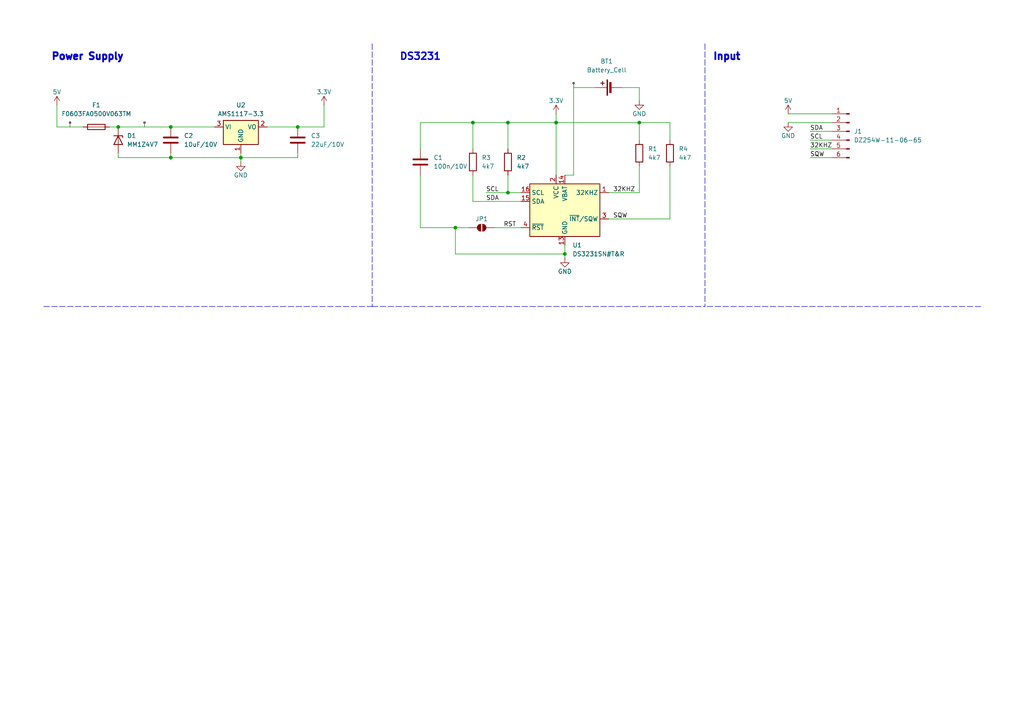
<source format=kicad_sch>
(kicad_sch (version 20231120) (generator "eeschema") (generator_version "8.0")
  (paper "A4")
  (lib_symbols
    (symbol "Connector:Conn_01x06_Pin" (pin_names (offset 1.016) hide)
      (property "Reference" "J" (at 0 7.62 0))
      (property "Value" "Conn_01x06_Pin" (at 0 -10.16 0))
      (symbol "Conn_01x06_Pin_1_1"
        (polyline (pts (xy 1.27 -7.62) (xy 0.8636 -7.62)) (stroke (width 0.1524)))
        (polyline (pts (xy 1.27 -5.08) (xy 0.8636 -5.08)) (stroke (width 0.1524)))
        (polyline (pts (xy 1.27 -2.54) (xy 0.8636 -2.54)) (stroke (width 0.1524)))
        (polyline (pts (xy 1.27 0) (xy 0.8636 0)) (stroke (width 0.1524)))
        (polyline (pts (xy 1.27 2.54) (xy 0.8636 2.54)) (stroke (width 0.1524)))
        (polyline (pts (xy 1.27 5.08) (xy 0.8636 5.08)) (stroke (width 0.1524)))
        (rectangle (start 0.8636 -7.493) (end 0 -7.747) (stroke (width 0.1524)) (fill (type outline)))
        (rectangle (start 0.8636 -4.953) (end 0 -5.207) (stroke (width 0.1524)) (fill (type outline)))
        (rectangle (start 0.8636 -2.413) (end 0 -2.667) (stroke (width 0.1524)) (fill (type outline)))
        (rectangle (start 0.8636 0.127) (end 0 -0.127) (stroke (width 0.1524)) (fill (type outline)))
        (rectangle (start 0.8636 2.667) (end 0 2.413) (stroke (width 0.1524)) (fill (type outline)))
        (rectangle (start 0.8636 5.207) (end 0 4.953) (stroke (width 0.1524)) (fill (type outline)))
        (pin passive line (at 5.08 5.08 180) (length 3.81) (name "Pin_1") (number "1"))
        (pin passive line (at 5.08 2.54 180) (length 3.81) (name "Pin_2") (number "2"))
        (pin passive line (at 5.08 0 180) (length 3.81) (name "Pin_3") (number "3"))
        (pin passive line (at 5.08 -2.54 180) (length 3.81) (name "Pin_4") (number "4"))
        (pin passive line (at 5.08 -5.08 180) (length 3.81) (name "Pin_5") (number "5"))
        (pin passive line (at 5.08 -7.62 180) (length 3.81) (name "Pin_6") (number "6"))
      )
    )
    (symbol "Device:Battery_Cell" (pin_numbers hide) (pin_names (offset 0) hide)
      (property "Reference" "BT" (at 2.54 2.54 0))
      (property "Value" "Battery_Cell" (at 2.54 0 0))
      (symbol "Battery_Cell_0_1"
        (rectangle (start -2.286 1.778) (end 2.286 1.524) (fill (type outline)))
        (rectangle (start -1.524 1.016) (end 1.524 0.508) (fill (type outline)))
        (polyline (pts (xy 0 0.762) (xy 0 0)))
        (polyline (pts (xy 0 1.778) (xy 0 2.54)))
        (polyline (pts (xy 0.762 3.048) (xy 1.778 3.048)) (stroke (width 0.254)))
        (polyline (pts (xy 1.27 3.556) (xy 1.27 2.54)) (stroke (width 0.254)))
      )
      (symbol "Battery_Cell_1_1"
        (pin passive line (at 0 5.08 270) (length 2.54) (name "+") (number "1"))
        (pin passive line (at 0 -2.54 90) (length 2.54) (name "-") (number "2"))
      )
    )
    (symbol "Device:C" (pin_numbers hide) (pin_names (offset 0.254))
      (property "Reference" "C" (at 0.635 2.54 0))
      (property "Value" "C" (at 0.635 -2.54 0))
      (symbol "C_0_1"
        (polyline (pts (xy -2.032 -0.762) (xy 2.032 -0.762)) (stroke (width 0.508)))
        (polyline (pts (xy -2.032 0.762) (xy 2.032 0.762)) (stroke (width 0.508)))
      )
      (symbol "C_1_1"
        (pin passive line (at 0 3.81 270) (length 2.794) (name "~") (number "1"))
        (pin passive line (at 0 -3.81 90) (length 2.794) (name "~") (number "2"))
      )
    )
    (symbol "Device:D_Zener" (pin_numbers hide) (pin_names (offset 1.016) hide)
      (property "Reference" "D" (at 0 2.54 0))
      (property "Value" "D_Zener" (at 0 -2.54 0))
      (symbol "D_Zener_0_1"
        (polyline (pts (xy 1.27 0) (xy -1.27 0)))
        (polyline (pts (xy -1.27 -1.27) (xy -1.27 1.27) (xy -0.762 1.27)) (stroke (width 0.254)))
        (polyline (pts (xy 1.27 -1.27) (xy 1.27 1.27) (xy -1.27 0) (xy 1.27 -1.27)) (stroke (width 0.254)))
      )
      (symbol "D_Zener_1_1"
        (pin passive line (at -3.81 0 0) (length 2.54) (name "K") (number "1"))
        (pin passive line (at 3.81 0 180) (length 2.54) (name "A") (number "2"))
      )
    )
    (symbol "Device:Fuse" (pin_numbers hide) (pin_names (offset 0))
      (property "Reference" "F" (at 2.032 0 90))
      (property "Value" "Fuse" (at -1.905 0 90))
      (symbol "Fuse_0_1"
        (rectangle (start -0.762 -2.54) (end 0.762 2.54) (stroke (width 0.254)))
        (polyline (pts (xy 0 2.54) (xy 0 -2.54)))
      )
      (symbol "Fuse_1_1"
        (pin passive line (at 0 3.81 270) (length 1.27) (name "~") (number "1"))
        (pin passive line (at 0 -3.81 90) (length 1.27) (name "~") (number "2"))
      )
    )
    (symbol "Device:R" (pin_numbers hide) (pin_names (offset 0))
      (property "Reference" "R" (at 2.032 0 90))
      (property "Value" "R" (at 0 0 90))
      (symbol "R_0_1"
        (rectangle (start -1.016 -2.54) (end 1.016 2.54) (stroke (width 0.254)))
      )
      (symbol "R_1_1"
        (pin passive line (at 0 3.81 270) (length 1.27) (name "~") (number "1"))
        (pin passive line (at 0 -3.81 90) (length 1.27) (name "~") (number "2"))
      )
    )
    (symbol "Jumper:SolderJumper_2_Open" (pin_numbers hide) (pin_names (offset 0) hide) (exclude_from_sim yes) (in_bom no)
      (property "Reference" "JP" (at 0 2.032 0))
      (property "Value" "SolderJumper_2_Open" (at 0 -2.54 0))
      (symbol "SolderJumper_2_Open_0_1"
        (arc (start -0.254 1.016) (mid -1.2656 0) (end -0.254 -1.016))
        (arc (start -0.254 1.016) (mid -1.2656 0) (end -0.254 -1.016) (fill (type outline)))
        (polyline (pts (xy -0.254 1.016) (xy -0.254 -1.016)))
        (polyline (pts (xy 0.254 1.016) (xy 0.254 -1.016)))
        (arc (start 0.254 -1.016) (mid 1.2656 0) (end 0.254 1.016))
        (arc (start 0.254 -1.016) (mid 1.2656 0) (end 0.254 1.016) (fill (type outline)))
      )
      (symbol "SolderJumper_2_Open_1_1"
        (pin passive line (at -3.81 0 0) (length 2.54) (name "A") (number "1"))
        (pin passive line (at 3.81 0 180) (length 2.54) (name "B") (number "2"))
      )
    )
    (symbol "Regulator_Linear:AMS1117-3.3"
      (property "Reference" "U" (at -3.81 3.175 0))
      (property "Value" "AMS1117-3.3" (at 0 3.175 0))
      (symbol "AMS1117-3.3_0_1"
        (rectangle (start -5.08 -5.08) (end 5.08 1.905) (stroke (width 0.254)) (fill (type background)))
      )
      (symbol "AMS1117-3.3_1_1"
        (pin power_in line (at 0 -7.62 90) (length 2.54) (name "GND") (number "1"))
        (pin power_out line (at 7.62 0 180) (length 2.54) (name "VO") (number "2"))
        (pin power_in line (at -7.62 0 0) (length 2.54) (name "VI") (number "3"))
      )
    )
    (symbol "Timer_RTC:DS3231M"
      (property "Reference" "U" (at -7.62 8.89 0))
      (property "Value" "DS3231M" (at 10.16 8.89 0))
      (symbol "DS3231M_0_1"
        (rectangle (start -10.16 7.62) (end 10.16 -7.62) (stroke (width 0.254)) (fill (type background)))
      )
      (symbol "DS3231M_1_1"
        (pin open_collector line (at 12.7 5.08 180) (length 2.54) (name "32KHZ") (number "1"))
        (pin passive line (at 0 -10.16 90) (length 2.54) hide (name "GND") (number "10"))
        (pin passive line (at 0 -10.16 90) (length 2.54) hide (name "GND") (number "11"))
        (pin passive line (at 0 -10.16 90) (length 2.54) hide (name "GND") (number "12"))
        (pin power_in line (at 0 -10.16 90) (length 2.54) (name "GND") (number "13"))
        (pin power_in line (at 0 10.16 270) (length 2.54) (name "VBAT") (number "14"))
        (pin bidirectional line (at -12.7 2.54 0) (length 2.54) (name "SDA") (number "15"))
        (pin input line (at -12.7 5.08 0) (length 2.54) (name "SCL") (number "16"))
        (pin power_in line (at -2.54 10.16 270) (length 2.54) (name "VCC") (number "2"))
        (pin open_collector line (at 12.7 -2.54 180) (length 2.54) (name "~{INT}/SQW") (number "3"))
        (pin bidirectional line (at -12.7 -5.08 0) (length 2.54) (name "~{RST}") (number "4"))
        (pin passive line (at 0 -10.16 90) (length 2.54) hide (name "GND") (number "5"))
        (pin passive line (at 0 -10.16 90) (length 2.54) hide (name "GND") (number "6"))
        (pin passive line (at 0 -10.16 90) (length 2.54) hide (name "GND") (number "7"))
        (pin passive line (at 0 -10.16 90) (length 2.54) hide (name "GND") (number "8"))
        (pin passive line (at 0 -10.16 90) (length 2.54) hide (name "GND") (number "9"))
      )
    )
    (symbol "power:+5V" (power) (pin_numbers hide) (pin_names (offset 0) hide)
      (property "Value" "+5V" (at 0 3.556 0))
      (symbol "+5V_0_1"
        (polyline (pts (xy -0.762 1.27) (xy 0 2.54)))
        (polyline (pts (xy 0 0) (xy 0 2.54)))
        (polyline (pts (xy 0 2.54) (xy 0.762 1.27)))
      )
      (symbol "+5V_1_1"
        (pin power_in line (at 0 0 90) (length 0) (name "~") (number "1"))
      )
    )
    (symbol "power:GND" (power) (pin_numbers hide) (pin_names (offset 0) hide)
      (property "Value" "GND" (at 0 -3.81 0))
      (symbol "GND_0_1"
        (polyline (pts (xy 0 0) (xy 0 -1.27) (xy 1.27 -1.27) (xy 0 -2.54) (xy -1.27 -1.27) (xy 0 -1.27)))
      )
      (symbol "GND_1_1"
        (pin power_in line (at 0 0 270) (length 0) (name "~") (number "1"))
      )
    )
  )
  (junction (at 147.32 35.56))
  (junction (at 161.29 35.56))
  (junction (at 132.08 66.04))
  (junction (at 34.29 36.83))
  (junction (at 147.32 55.88))
  (junction (at 49.53 36.83))
  (junction (at 86.36 36.83))
  (junction (at 69.85 45.72))
  (junction (at 163.83 73.66))
  (junction (at 49.53 45.72))
  (junction (at 185.42 35.56))
  (junction (at 137.16 35.56))
  (wire (pts (xy 185.42 35.56) (xy 185.42 40.64)))
  (wire (pts (xy 49.53 36.83) (xy 62.23 36.83)))
  (wire (pts (xy 228.6 33.02) (xy 241.3 33.02)))
  (polyline (pts (xy 12.7 88.9) (xy 107.95 88.9)) (stroke (width 0) (type dash)))
  (wire (pts (xy 49.53 45.72) (xy 49.53 44.45)))
  (polyline (pts (xy 107.95 88.9) (xy 204.47 88.9)) (stroke (width 0) (type dash)))
  (wire (pts (xy 147.32 35.56) (xy 147.32 43.18)))
  (wire (pts (xy 121.92 43.18) (xy 121.92 35.56)))
  (wire (pts (xy 86.36 45.72) (xy 69.85 45.72)))
  (wire (pts (xy 121.92 66.04) (xy 132.08 66.04)))
  (wire (pts (xy 163.83 71.12) (xy 163.83 73.66)))
  (wire (pts (xy 194.31 63.5) (xy 194.31 48.26)))
  (wire (pts (xy 147.32 50.8) (xy 147.32 55.88)))
  (wire (pts (xy 176.53 55.88) (xy 185.42 55.88)))
  (wire (pts (xy 161.29 33.02) (xy 161.29 35.56)))
  (wire (pts (xy 185.42 48.26) (xy 185.42 55.88)))
  (wire (pts (xy 185.42 35.56) (xy 194.31 35.56)))
  (wire (pts (xy 69.85 44.45) (xy 69.85 45.72)))
  (wire (pts (xy 161.29 35.56) (xy 161.29 50.8)))
  (wire (pts (xy 121.92 35.56) (xy 137.16 35.56)))
  (wire (pts (xy 86.36 36.83) (xy 77.47 36.83)))
  (wire (pts (xy 147.32 35.56) (xy 137.16 35.56)))
  (wire (pts (xy 137.16 35.56) (xy 137.16 43.18)))
  (wire (pts (xy 132.08 73.66) (xy 163.83 73.66)))
  (wire (pts (xy 34.29 36.83) (xy 49.53 36.83)))
  (wire (pts (xy 132.08 66.04) (xy 135.89 66.04)))
  (wire (pts (xy 34.29 45.72) (xy 34.29 44.45)))
  (wire (pts (xy 147.32 35.56) (xy 161.29 35.56)))
  (wire (pts (xy 16.51 36.83) (xy 24.13 36.83)))
  (wire (pts (xy 161.29 35.56) (xy 185.42 35.56)))
  (polyline (pts (xy 204.47 12.7) (xy 204.47 88.9)) (stroke (width 0) (type dash)))
  (wire (pts (xy 166.37 25.4) (xy 172.72 25.4)))
  (wire (pts (xy 34.29 45.72) (xy 49.53 45.72)))
  (polyline (pts (xy 284.48 88.9) (xy 204.47 88.9)) (stroke (width 0) (type dash)))
  (wire (pts (xy 163.83 73.66) (xy 163.83 74.93)))
  (wire (pts (xy 69.85 45.72) (xy 69.85 46.99)))
  (wire (pts (xy 86.36 44.45) (xy 86.36 45.72)))
  (wire (pts (xy 185.42 25.4) (xy 180.34 25.4)))
  (wire (pts (xy 137.16 58.42) (xy 151.13 58.42)))
  (wire (pts (xy 137.16 50.8) (xy 137.16 58.42)))
  (wire (pts (xy 151.13 55.88) (xy 147.32 55.88)))
  (wire (pts (xy 132.08 66.04) (xy 132.08 73.66)))
  (wire (pts (xy 121.92 50.8) (xy 121.92 66.04)))
  (wire (pts (xy 234.95 43.18) (xy 241.3 43.18)))
  (wire (pts (xy 143.51 66.04) (xy 151.13 66.04)))
  (wire (pts (xy 93.98 30.48) (xy 93.98 36.83)))
  (wire (pts (xy 176.53 63.5) (xy 194.31 63.5)))
  (wire (pts (xy 166.37 25.4) (xy 166.37 50.8)))
  (wire (pts (xy 185.42 25.4) (xy 185.42 29.21)))
  (wire (pts (xy 234.95 38.1) (xy 241.3 38.1)))
  (wire (pts (xy 194.31 35.56) (xy 194.31 40.64)))
  (wire (pts (xy 31.75 36.83) (xy 34.29 36.83)))
  (wire (pts (xy 140.97 55.88) (xy 147.32 55.88)))
  (wire (pts (xy 234.95 40.64) (xy 241.3 40.64)))
  (wire (pts (xy 228.6 35.56) (xy 241.3 35.56)))
  (wire (pts (xy 234.95 45.72) (xy 241.3 45.72)))
  (wire (pts (xy 93.98 36.83) (xy 86.36 36.83)))
  (wire (pts (xy 16.51 30.48) (xy 16.51 36.83)))
  (wire (pts (xy 49.53 45.72) (xy 69.85 45.72)))
  (wire (pts (xy 166.37 50.8) (xy 163.83 50.8)))
  (polyline (pts (xy 107.95 12.7) (xy 107.95 88.9)) (stroke (width 0) (type dash)))
  (text "Power Supply" (at 25.4 16.51 0) (effects (font (size 2.032 2.032) (thickness 0.508) (bold yes))))
  (text "DS3231" (at 121.92 16.51 0) (effects (font (size 2.032 2.032) (thickness 0.4064) (bold yes))))
  (text "Input" (at 210.82 16.51 0) (effects (font (size 2.032 2.032) (thickness 0.508) (bold yes))))
  (label "RST" (at 146.05 66.04 0))
  (label "SQW" (at 234.95 45.72 0))
  (label "32KHZ" (at 234.95 43.18 0))
  (label "32KHZ" (at 177.8 55.88 0))
  (label "SDA" (at 140.97 58.42 0))
  (label "SQW" (at 177.8 63.5 0))
  (label "SCL" (at 140.97 55.88 0))
  (label "SDA" (at 234.95 38.1 0))
  (label "SCL" (at 234.95 40.64 0))
  (netclass_flag "" (length 1.27) (shape dot) (at 41.91 36.83 0) (property "Netclass" "0.5A" (effects (hide yes))))
  (netclass_flag "" (length 1.27) (shape dot) (at 166.37 25.4 0) (property "Netclass" "0.5A" (effects (hide yes))))
  (netclass_flag "" (length 1.27) (shape dot) (at 20.32 36.83 0) (property "Netclass" "0.5A" (effects (hide yes))))
  (symbol (lib_id "Device:R") (at 185.42 44.45 0) (unit 1)
    (property "Reference" "R1" (at 187.96 43.1799 0) (effects (justify left)))
    (property "Value" "4k7" (at 187.96 45.7199 0) (effects (justify left)))
    (property "Footprint" "Resistor_SMD:R_0603_1608Metric" (effects (hide yes)))
    (property "Description" "Resistor" (effects (hide yes)))
  )
  (symbol (lib_id "Device:Fuse") (at 27.94 36.83 90) (unit 1)
    (property "Reference" "F1" (at 27.94 30.48 90))
    (property "Value" "F0603FA0500V063TM" (at 27.94 33.02 90))
    (property "Footprint" "Resistor_SMD:R_0603_1608Metric" (effects (hide yes)))
    (property "Description" "Fuse" (effects (hide yes)))
  )
  (symbol (lib_id "Jumper:SolderJumper_2_Open") (at 139.7 66.04 0) (unit 1) (exclude_from_sim yes) (in_bom no)
    (property "Reference" "JP1" (at 139.7 63.5 0))
    (property "Value" "SolderJumper_2_Open" (effects (hide yes)))
    (property "Footprint" "Jumper:SolderJumper-2_P1.3mm_Open_TrianglePad1.0x1.5mm" (effects (hide yes)))
    (property "Description" "Solder Jumper, 2-pole, open" (effects (hide yes)))
  )
  (symbol (lib_id "Device:C") (at 121.92 46.99 0) (unit 1)
    (property "Reference" "C1" (at 125.73 45.7199 0) (effects (justify left)))
    (property "Value" "100n/10V" (at 125.73 48.2599 0) (effects (justify left)))
    (property "Footprint" "Capacitor_SMD:C_0603_1608Metric" (effects (hide yes)))
    (property "Description" "Unpolarized capacitor" (effects (hide yes)))
  )
  (symbol (lib_id "Device:C") (at 49.53 40.64 0) (unit 1)
    (property "Reference" "C2" (at 53.34 39.3699 0) (effects (justify left)))
    (property "Value" "10uF/10V" (at 53.34 41.9099 0) (effects (justify left)))
    (property "Footprint" "Capacitor_SMD:C_0805_2012Metric" (effects (hide yes)))
    (property "Description" "Unpolarized capacitor" (effects (hide yes)))
  )
  (symbol (lib_id "power:GND") (at 69.85 46.99 0) (unit 1)
    (property "Reference" "#PWR07" (effects (hide yes)))
    (property "Value" "GND" (at 69.85 50.8 0))
    (property "Description" "Power symbol creates a global label with name \"GND\" , ground" (effects (hide yes)))
  )
  (symbol (lib_id "Device:R") (at 137.16 46.99 0) (unit 1)
    (property "Reference" "R3" (at 139.7 45.7199 0) (effects (justify left)))
    (property "Value" "4k7" (at 139.7 48.2599 0) (effects (justify left)))
    (property "Footprint" "Resistor_SMD:R_0603_1608Metric" (effects (hide yes)))
    (property "Description" "Resistor" (effects (hide yes)))
  )
  (symbol (lib_id "Device:R") (at 194.31 44.45 0) (unit 1)
    (property "Reference" "R4" (at 196.85 43.1799 0) (effects (justify left)))
    (property "Value" "4k7" (at 196.85 45.7199 0) (effects (justify left)))
    (property "Footprint" "Resistor_SMD:R_0603_1608Metric" (effects (hide yes)))
    (property "Description" "Resistor" (effects (hide yes)))
  )
  (symbol (lib_id "Device:R") (at 147.32 46.99 0) (unit 1)
    (property "Reference" "R2" (at 149.86 45.7199 0) (effects (justify left)))
    (property "Value" "4k7" (at 149.86 48.2599 0) (effects (justify left)))
    (property "Footprint" "Resistor_SMD:R_0603_1608Metric" (effects (hide yes)))
    (property "Description" "Resistor" (effects (hide yes)))
  )
  (symbol (lib_id "power:GND") (at 228.6 35.56 0) (unit 1)
    (property "Reference" "#PWR05" (effects (hide yes)))
    (property "Value" "GND" (at 228.6 39.37 0))
    (property "Description" "Power symbol creates a global label with name \"GND\" , ground" (effects (hide yes)))
  )
  (symbol (lib_id "Timer_RTC:DS3231M") (at 163.83 60.96 0) (unit 1)
    (property "Reference" "U1" (at 166.0241 71.12 0) (effects (justify left)))
    (property "Value" "DS3231SN#T&R" (at 166.0241 73.66 0) (effects (justify left)))
    (property "Footprint" "Package_SO:SOIC-16W_7.5x10.3mm_P1.27mm" (effects (hide yes)))
    (property "Datasheet" "http://datasheets.maximintegrated.com/en/ds/DS3231.pdf" (effects (hide yes)))
    (property "Description" "Extremely Accurate I2C-Integrated RTC/TCXO/Crystal SOIC-16" (effects (hide yes)))
  )
  (symbol (lib_id "power:GND") (at 163.83 74.93 0) (unit 1)
    (property "Reference" "#PWR02" (effects (hide yes)))
    (property "Value" "GND" (at 163.83 78.74 0))
    (property "Description" "Power symbol creates a global label with name \"GND\" , ground" (effects (hide yes)))
  )
  (symbol (lib_id "power:+5V") (at 93.98 30.48 0) (unit 1)
    (property "Reference" "#PWR08" (effects (hide yes)))
    (property "Value" "3.3V" (at 93.98 26.67 0))
    (property "Description" "Power symbol creates a global label with name \"+5V\"" (effects (hide yes)))
  )
  (symbol (lib_id "Regulator_Linear:AMS1117-3.3") (at 69.85 36.83 0) (unit 1)
    (property "Reference" "U2" (at 69.85 30.48 0))
    (property "Value" "AMS1117-3.3" (at 69.85 33.02 0))
    (property "Footprint" "Package_TO_SOT_SMD:SOT-223-3_TabPin2" (effects (hide yes)))
    (property "Datasheet" "http://www.advanced-monolithic.com/pdf/ds1117.pdf" (effects (hide yes)))
    (property "Description" "1A Low Dropout regulator, positive, 3.3V fixed output, SOT-223" (effects (hide yes)))
  )
  (symbol (lib_id "power:+5V") (at 228.6 33.02 0) (unit 1)
    (property "Reference" "#PWR01" (effects (hide yes)))
    (property "Value" "5V" (at 228.6 29.21 0))
    (property "Description" "Power symbol creates a global label with name \"+5V\"" (effects (hide yes)))
  )
  (symbol (lib_id "Device:D_Zener") (at 34.29 40.64 270) (unit 1)
    (property "Reference" "D1" (at 36.83 39.3699 90) (effects (justify left)))
    (property "Value" "MM1Z4V7" (at 36.83 41.9099 90) (effects (justify left)))
    (property "Footprint" "Diode_SMD:D_SOD-123" (effects (hide yes)))
    (property "Description" "Zener diode" (effects (hide yes)))
  )
  (symbol (lib_id "power:GND") (at 185.42 29.21 0) (unit 1)
    (property "Reference" "#PWR04" (effects (hide yes)))
    (property "Value" "GND" (at 185.42 33.02 0))
    (property "Description" "Power symbol creates a global label with name \"GND\" , ground" (effects (hide yes)))
  )
  (symbol (lib_id "power:+5V") (at 16.51 30.48 0) (unit 1)
    (property "Reference" "#PWR06" (effects (hide yes)))
    (property "Value" "5V" (at 16.51 26.67 0))
    (property "Description" "Power symbol creates a global label with name \"+5V\"" (effects (hide yes)))
  )
  (symbol (lib_id "Device:Battery_Cell") (at 177.8 25.4 90) (unit 1)
    (property "Reference" "BT1" (at 175.9585 17.78 90))
    (property "Value" "Battery_Cell" (at 175.9585 20.32 90))
    (property "Footprint" "Battery:BatteryHolder_LINX_BAT-HLD-012-SMT" (effects (hide yes)))
    (property "Description" "Single-cell battery" (effects (hide yes)))
  )
  (symbol (lib_id "Device:C") (at 86.36 40.64 0) (unit 1)
    (property "Reference" "C3" (at 90.17 39.3699 0) (effects (justify left)))
    (property "Value" "22uF/10V" (at 90.17 41.9099 0) (effects (justify left)))
    (property "Footprint" "Capacitor_SMD:C_0805_2012Metric" (effects (hide yes)))
    (property "Description" "Unpolarized capacitor" (effects (hide yes)))
  )
  (symbol (lib_id "Connector:Conn_01x06_Pin") (at 246.38 38.1 0) (mirror y) (unit 1)
    (property "Reference" "J1" (at 247.65 38.0999 0) (effects (justify right)))
    (property "Value" "DZ254W-11-06-65" (at 247.65 40.6399 0) (effects (justify right)))
    (property "Footprint" "Connector_PinHeader_2.54mm:PinHeader_1x06_P2.54mm_Horizontal" (effects (hide yes)))
    (property "Description" "Generic connector, single row, 01x06, script generated" (effects (hide yes)))
  )
  (symbol (lib_id "power:+5V") (at 161.29 33.02 0) (unit 1)
    (property "Reference" "#PWR03" (effects (hide yes)))
    (property "Value" "3.3V" (at 161.29 29.21 0))
    (property "Description" "Power symbol creates a global label with name \"+5V\"" (effects (hide yes)))
  )
)
</source>
